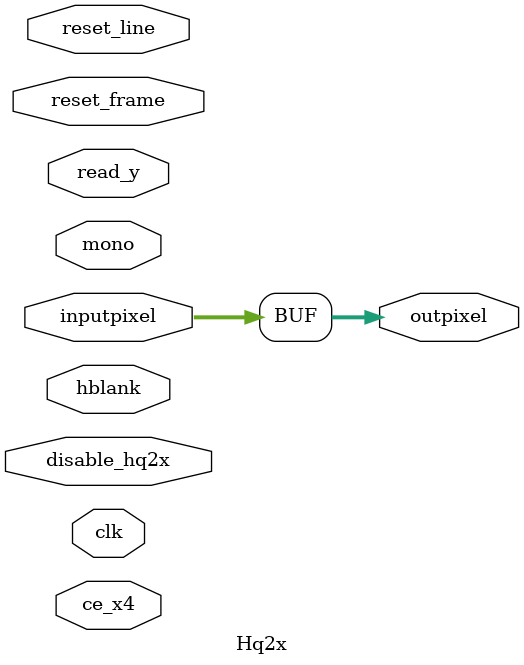
<source format=sv>

`timescale 1 ps / 1 ps
// synopsys translate_on

module Hq2x #(parameter LENGTH=32,  HALF_DEPTH=0,  // arbitrary default values
    DWIDTH = HALF_DEPTH ? 11 : 23
)(
	input             clk,
	input             ce_x4,
	input  [DWIDTH:0] inputpixel,
	input             mono,
	input             disable_hq2x,
	input             reset_frame,
	input             reset_line,
	input       [1:0] read_y,
	input             hblank,
	output [DWIDTH:0] outpixel
);

assign outpixel = inputpixel;

endmodule

</source>
